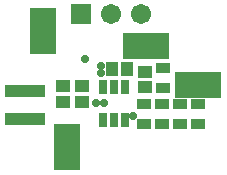
<source format=gbr>
%TF.GenerationSoftware,Altium Limited,Altium Designer,22.7.1 (60)*%
G04 Layer_Color=8388736*
%FSLAX45Y45*%
%MOMM*%
%TF.SameCoordinates,68DCCB5C-BDD4-49BB-AA05-A609E45632DA*%
%TF.FilePolarity,Negative*%
%TF.FileFunction,Soldermask,Top*%
%TF.Part,Single*%
G01*
G75*
%TA.AperFunction,SMDPad,CuDef*%
%ADD18R,3.40000X0.98000*%
%TA.AperFunction,ComponentPad*%
%ADD24R,1.70320X1.70320*%
%ADD25C,1.70320*%
%TA.AperFunction,ViaPad*%
%ADD26C,0.71120*%
%TA.AperFunction,SMDPad,CuDef*%
%ADD31R,0.80320X1.20320*%
%TA.AperFunction,ConnectorPad*%
%ADD32R,1.25320X0.85320*%
%TA.AperFunction,SMDPad,CuDef*%
%ADD33R,2.23320X4.00320*%
%TA.AperFunction,ConnectorPad*%
%ADD34R,1.15320X1.05320*%
%TA.AperFunction,SMDPad,CuDef*%
%ADD35R,1.25320X0.85320*%
%ADD36R,1.20320X1.10320*%
%ADD37R,1.05320X1.15320*%
%ADD38R,4.00320X2.23320*%
D18*
X13423900Y3661800D02*
D03*
Y3424800D02*
D03*
D24*
X13893800Y4312920D02*
D03*
D25*
X14147800D02*
D03*
X14401801D02*
D03*
D26*
X14061440Y3868420D02*
D03*
X13924280Y3931920D02*
D03*
X14335760Y3449320D02*
D03*
X14061440Y3815080D02*
D03*
X14020799Y3561080D02*
D03*
X14091920D02*
D03*
D31*
X14078200Y3418500D02*
D03*
X14173199D02*
D03*
X14268201D02*
D03*
Y3693500D02*
D03*
X14173199D02*
D03*
X14078200D02*
D03*
D32*
X14884399Y3552100D02*
D03*
Y3382100D02*
D03*
X14584680Y3689440D02*
D03*
Y3859440D02*
D03*
X14579601Y3552100D02*
D03*
Y3382100D02*
D03*
X14732001Y3552100D02*
D03*
Y3382100D02*
D03*
D33*
X13776961Y3185160D02*
D03*
X13573759Y4170680D02*
D03*
D34*
X14439900Y3824200D02*
D03*
Y3694200D02*
D03*
D35*
X14427200Y3552100D02*
D03*
Y3382100D02*
D03*
D36*
X13906500Y3699700D02*
D03*
Y3564700D02*
D03*
X13741400Y3699700D02*
D03*
Y3564700D02*
D03*
D37*
X14157500Y3848100D02*
D03*
X14287500D02*
D03*
D38*
X14884399Y3708400D02*
D03*
X14442439Y4043680D02*
D03*
%TF.MD5,05eac53a9b95847cb07394463d7d7618*%
M02*

</source>
